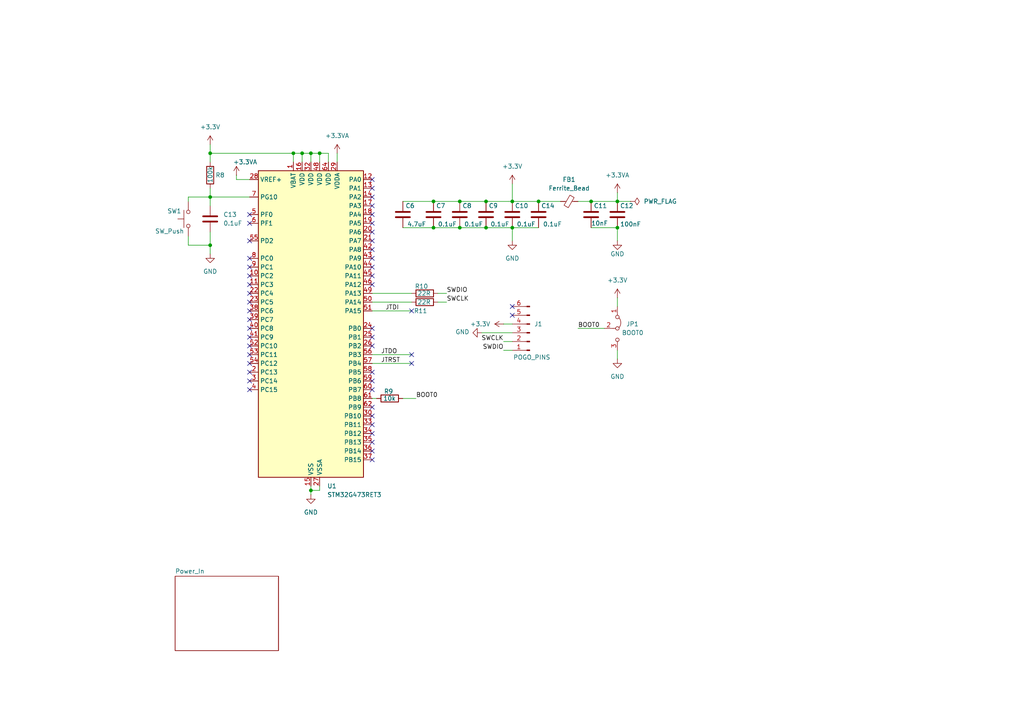
<source format=kicad_sch>
(kicad_sch (version 20231120) (generator "eeschema") (generator_version "8.0")
  (paper "A4")
  (lib_symbols
    (symbol "Connector:Conn_01x06_Pin" (pin_names (offset 1.016) hide)
      (property "Reference" "J" (at 0 7.62 0))
      (property "Value" "Conn_01x06_Pin" (at 0 -10.16 0))
      (symbol "Conn_01x06_Pin_1_1"
        (polyline (pts (xy 1.27 -7.62) (xy 0.8636 -7.62)) (stroke (width 0.1524)))
        (polyline (pts (xy 1.27 -5.08) (xy 0.8636 -5.08)) (stroke (width 0.1524)))
        (polyline (pts (xy 1.27 -2.54) (xy 0.8636 -2.54)) (stroke (width 0.1524)))
        (polyline (pts (xy 1.27 0) (xy 0.8636 0)) (stroke (width 0.1524)))
        (polyline (pts (xy 1.27 2.54) (xy 0.8636 2.54)) (stroke (width 0.1524)))
        (polyline (pts (xy 1.27 5.08) (xy 0.8636 5.08)) (stroke (width 0.1524)))
        (rectangle (start 0.8636 -7.493) (end 0 -7.747) (stroke (width 0.1524)) (fill (type outline)))
        (rectangle (start 0.8636 -4.953) (end 0 -5.207) (stroke (width 0.1524)) (fill (type outline)))
        (rectangle (start 0.8636 -2.413) (end 0 -2.667) (stroke (width 0.1524)) (fill (type outline)))
        (rectangle (start 0.8636 0.127) (end 0 -0.127) (stroke (width 0.1524)) (fill (type outline)))
        (rectangle (start 0.8636 2.667) (end 0 2.413) (stroke (width 0.1524)) (fill (type outline)))
        (rectangle (start 0.8636 5.207) (end 0 4.953) (stroke (width 0.1524)) (fill (type outline)))
        (pin passive line (at 5.08 5.08 180) (length 3.81) (name "Pin_1") (number "1"))
        (pin passive line (at 5.08 2.54 180) (length 3.81) (name "Pin_2") (number "2"))
        (pin passive line (at 5.08 0 180) (length 3.81) (name "Pin_3") (number "3"))
        (pin passive line (at 5.08 -2.54 180) (length 3.81) (name "Pin_4") (number "4"))
        (pin passive line (at 5.08 -5.08 180) (length 3.81) (name "Pin_5") (number "5"))
        (pin passive line (at 5.08 -7.62 180) (length 3.81) (name "Pin_6") (number "6"))
      )
    )
    (symbol "Device:C" (pin_numbers hide) (pin_names (offset 0.254))
      (property "Reference" "C" (at 0.635 2.54 0))
      (property "Value" "C" (at 0.635 -2.54 0))
      (symbol "C_0_1"
        (polyline (pts (xy -2.032 -0.762) (xy 2.032 -0.762)) (stroke (width 0.508)))
        (polyline (pts (xy -2.032 0.762) (xy 2.032 0.762)) (stroke (width 0.508)))
      )
      (symbol "C_1_1"
        (pin passive line (at 0 3.81 270) (length 2.794) (name "~") (number "1"))
        (pin passive line (at 0 -3.81 90) (length 2.794) (name "~") (number "2"))
      )
    )
    (symbol "Device:FerriteBead_Small" (pin_numbers hide) (pin_names (offset 0))
      (property "Reference" "FB" (at 1.905 1.27 0))
      (property "Value" "FerriteBead_Small" (at 1.905 -1.27 0))
      (symbol "FerriteBead_Small_0_1"
        (polyline (pts (xy 0 -1.27) (xy 0 -0.7874)))
        (polyline (pts (xy 0 0.889) (xy 0 1.2954)))
        (polyline (pts (xy -1.8288 0.2794) (xy -1.1176 1.4986) (xy 1.8288 -0.2032) (xy 1.1176 -1.4224) (xy -1.8288 0.2794)))
      )
      (symbol "FerriteBead_Small_1_1"
        (pin passive line (at 0 2.54 270) (length 1.27) (name "~") (number "1"))
        (pin passive line (at 0 -2.54 90) (length 1.27) (name "~") (number "2"))
      )
    )
    (symbol "Device:R" (pin_numbers hide) (pin_names (offset 0))
      (property "Reference" "R" (at 2.032 0 90))
      (property "Value" "R" (at 0 0 90))
      (symbol "R_0_1"
        (rectangle (start -1.016 -2.54) (end 1.016 2.54) (stroke (width 0.254)))
      )
      (symbol "R_1_1"
        (pin passive line (at 0 3.81 270) (length 1.27) (name "~") (number "1"))
        (pin passive line (at 0 -3.81 90) (length 1.27) (name "~") (number "2"))
      )
    )
    (symbol "Jumper:Jumper_3_Bridged12" (pin_names (offset 0) hide) (exclude_from_sim yes) (in_bom no)
      (property "Reference" "JP" (at -2.54 -2.54 0))
      (property "Value" "Jumper_3_Bridged12" (at 0 2.794 0))
      (symbol "Jumper_3_Bridged12_0_0"
        (circle (center -3.302 0) (radius 0.508))
        (circle (center 0 0) (radius 0.508))
        (circle (center 3.302 0) (radius 0.508))
      )
      (symbol "Jumper_3_Bridged12_0_1"
        (arc (start -0.254 0.508) (mid -1.651 0.9912) (end -3.048 0.508))
        (polyline (pts (xy 0 -1.27) (xy 0 -0.508)))
      )
      (symbol "Jumper_3_Bridged12_1_1"
        (pin passive line (at -6.35 0 0) (length 2.54) (name "A") (number "1"))
        (pin passive line (at 0 -3.81 90) (length 2.54) (name "C") (number "2"))
        (pin passive line (at 6.35 0 180) (length 2.54) (name "B") (number "3"))
      )
    )
    (symbol "MCU_ST_STM32G4:STM32G473RETx"
      (property "Reference" "U" (at -15.24 46.99 0))
      (property "Value" "STM32G473RETx" (at 10.16 46.99 0))
      (symbol "STM32G473RETx_0_1"
        (rectangle (start -15.24 -43.18) (end 15.24 45.72) (stroke (width 0.254)) (fill (type background)))
      )
      (symbol "STM32G473RETx_1_1"
        (pin power_in line (at -5.08 48.26 270) (length 2.54) (name "VBAT") (number "1"))
        (pin bidirectional line (at -17.78 15.24 0) (length 2.54) (name "PC2") (number "10"))
        (pin bidirectional line (at -17.78 12.7 0) (length 2.54) (name "PC3") (number "11"))
        (pin bidirectional line (at 17.78 43.18 180) (length 2.54) (name "PA0") (number "12"))
        (pin bidirectional line (at 17.78 40.64 180) (length 2.54) (name "PA1") (number "13"))
        (pin bidirectional line (at 17.78 38.1 180) (length 2.54) (name "PA2") (number "14"))
        (pin power_in line (at 0 -45.72 90) (length 2.54) (name "VSS") (number "15"))
        (pin power_in line (at -2.54 48.26 270) (length 2.54) (name "VDD") (number "16"))
        (pin bidirectional line (at 17.78 35.56 180) (length 2.54) (name "PA3") (number "17"))
        (pin bidirectional line (at 17.78 33.02 180) (length 2.54) (name "PA4") (number "18"))
        (pin bidirectional line (at 17.78 30.48 180) (length 2.54) (name "PA5") (number "19"))
        (pin bidirectional line (at -17.78 -12.7 0) (length 2.54) (name "PC13") (number "2"))
        (pin bidirectional line (at 17.78 27.94 180) (length 2.54) (name "PA6") (number "20"))
        (pin bidirectional line (at 17.78 25.4 180) (length 2.54) (name "PA7") (number "21"))
        (pin bidirectional line (at -17.78 10.16 0) (length 2.54) (name "PC4") (number "22"))
        (pin bidirectional line (at -17.78 7.62 0) (length 2.54) (name "PC5") (number "23"))
        (pin bidirectional line (at 17.78 0 180) (length 2.54) (name "PB0") (number "24"))
        (pin bidirectional line (at 17.78 -2.54 180) (length 2.54) (name "PB1") (number "25"))
        (pin bidirectional line (at 17.78 -5.08 180) (length 2.54) (name "PB2") (number "26"))
        (pin power_in line (at 2.54 -45.72 90) (length 2.54) (name "VSSA") (number "27"))
        (pin input line (at -17.78 43.18 0) (length 2.54) (name "VREF+") (number "28"))
        (pin power_in line (at 7.62 48.26 270) (length 2.54) (name "VDDA") (number "29"))
        (pin bidirectional line (at -17.78 -15.24 0) (length 2.54) (name "PC14") (number "3"))
        (pin bidirectional line (at 17.78 -25.4 180) (length 2.54) (name "PB10") (number "30"))
        (pin passive line (at 0 -45.72 90) (length 2.54) hide (name "VSS") (number "31"))
        (pin power_in line (at 0 48.26 270) (length 2.54) (name "VDD") (number "32"))
        (pin bidirectional line (at 17.78 -27.94 180) (length 2.54) (name "PB11") (number "33"))
        (pin bidirectional line (at 17.78 -30.48 180) (length 2.54) (name "PB12") (number "34"))
        (pin bidirectional line (at 17.78 -33.02 180) (length 2.54) (name "PB13") (number "35"))
        (pin bidirectional line (at 17.78 -35.56 180) (length 2.54) (name "PB14") (number "36"))
        (pin bidirectional line (at 17.78 -38.1 180) (length 2.54) (name "PB15") (number "37"))
        (pin bidirectional line (at -17.78 5.08 0) (length 2.54) (name "PC6") (number "38"))
        (pin bidirectional line (at -17.78 2.54 0) (length 2.54) (name "PC7") (number "39"))
        (pin bidirectional line (at -17.78 -17.78 0) (length 2.54) (name "PC15") (number "4"))
        (pin bidirectional line (at -17.78 0 0) (length 2.54) (name "PC8") (number "40"))
        (pin bidirectional line (at -17.78 -2.54 0) (length 2.54) (name "PC9") (number "41"))
        (pin bidirectional line (at 17.78 22.86 180) (length 2.54) (name "PA8") (number "42"))
        (pin bidirectional line (at 17.78 20.32 180) (length 2.54) (name "PA9") (number "43"))
        (pin bidirectional line (at 17.78 17.78 180) (length 2.54) (name "PA10") (number "44"))
        (pin bidirectional line (at 17.78 15.24 180) (length 2.54) (name "PA11") (number "45"))
        (pin bidirectional line (at 17.78 12.7 180) (length 2.54) (name "PA12") (number "46"))
        (pin passive line (at 0 -45.72 90) (length 2.54) hide (name "VSS") (number "47"))
        (pin power_in line (at 2.54 48.26 270) (length 2.54) (name "VDD") (number "48"))
        (pin bidirectional line (at 17.78 10.16 180) (length 2.54) (name "PA13") (number "49"))
        (pin bidirectional line (at -17.78 33.02 0) (length 2.54) (name "PF0") (number "5"))
        (pin bidirectional line (at 17.78 7.62 180) (length 2.54) (name "PA14") (number "50"))
        (pin bidirectional line (at 17.78 5.08 180) (length 2.54) (name "PA15") (number "51"))
        (pin bidirectional line (at -17.78 -5.08 0) (length 2.54) (name "PC10") (number "52"))
        (pin bidirectional line (at -17.78 -7.62 0) (length 2.54) (name "PC11") (number "53"))
        (pin bidirectional line (at -17.78 -10.16 0) (length 2.54) (name "PC12") (number "54"))
        (pin bidirectional line (at -17.78 25.4 0) (length 2.54) (name "PD2") (number "55"))
        (pin bidirectional line (at 17.78 -7.62 180) (length 2.54) (name "PB3") (number "56"))
        (pin bidirectional line (at 17.78 -10.16 180) (length 2.54) (name "PB4") (number "57"))
        (pin bidirectional line (at 17.78 -12.7 180) (length 2.54) (name "PB5") (number "58"))
        (pin bidirectional line (at 17.78 -15.24 180) (length 2.54) (name "PB6") (number "59"))
        (pin bidirectional line (at -17.78 30.48 0) (length 2.54) (name "PF1") (number "6"))
        (pin bidirectional line (at 17.78 -17.78 180) (length 2.54) (name "PB7") (number "60"))
        (pin bidirectional line (at 17.78 -20.32 180) (length 2.54) (name "PB8") (number "61"))
        (pin bidirectional line (at 17.78 -22.86 180) (length 2.54) (name "PB9") (number "62"))
        (pin passive line (at 0 -45.72 90) (length 2.54) hide (name "VSS") (number "63"))
        (pin power_in line (at 5.08 48.26 270) (length 2.54) (name "VDD") (number "64"))
        (pin bidirectional line (at -17.78 38.1 0) (length 2.54) (name "PG10") (number "7"))
        (pin bidirectional line (at -17.78 20.32 0) (length 2.54) (name "PC0") (number "8"))
        (pin bidirectional line (at -17.78 17.78 0) (length 2.54) (name "PC1") (number "9"))
      )
    )
    (symbol "Switch:SW_Push" (pin_numbers hide) (pin_names (offset 1.016) hide)
      (property "Reference" "SW" (at 1.27 2.54 0))
      (property "Value" "SW_Push" (at 0 -1.524 0))
      (symbol "SW_Push_0_1"
        (circle (center -2.032 0) (radius 0.508))
        (polyline (pts (xy 0 1.27) (xy 0 3.048)))
        (polyline (pts (xy 2.54 1.27) (xy -2.54 1.27)))
        (circle (center 2.032 0) (radius 0.508))
        (pin passive line (at -5.08 0 0) (length 2.54) (name "1") (number "1"))
        (pin passive line (at 5.08 0 180) (length 2.54) (name "2") (number "2"))
      )
    )
    (symbol "power:+3.3V" (power) (pin_numbers hide) (pin_names (offset 0) hide)
      (property "Value" "+3.3V" (at 0 3.556 0))
      (symbol "+3.3V_0_1"
        (polyline (pts (xy -0.762 1.27) (xy 0 2.54)))
        (polyline (pts (xy 0 0) (xy 0 2.54)))
        (polyline (pts (xy 0 2.54) (xy 0.762 1.27)))
      )
      (symbol "+3.3V_1_1"
        (pin power_in line (at 0 0 90) (length 0) (name "~") (number "1"))
      )
    )
    (symbol "power:GND" (power) (pin_numbers hide) (pin_names (offset 0) hide)
      (property "Value" "GND" (at 0 -3.81 0))
      (symbol "GND_0_1"
        (polyline (pts (xy 0 0) (xy 0 -1.27) (xy 1.27 -1.27) (xy 0 -2.54) (xy -1.27 -1.27) (xy 0 -1.27)))
      )
      (symbol "GND_1_1"
        (pin power_in line (at 0 0 270) (length 0) (name "~") (number "1"))
      )
    )
    (symbol "power:PWR_FLAG" (power) (pin_numbers hide) (pin_names (offset 0) hide)
      (property "Value" "PWR_FLAG" (at 0 3.81 0))
      (symbol "PWR_FLAG_0_0"
        (pin power_out line (at 0 0 90) (length 0) (name "~") (number "1"))
      )
      (symbol "PWR_FLAG_0_1"
        (polyline (pts (xy 0 0) (xy 0 1.27) (xy -1.016 1.905) (xy 0 2.54) (xy 1.016 1.905) (xy 0 1.27)))
      )
    )
    (symbol "power:VDDA" (power) (pin_numbers hide) (pin_names (offset 0) hide)
      (property "Value" "VDDA" (at 0 3.556 0))
      (symbol "VDDA_0_1"
        (polyline (pts (xy -0.762 1.27) (xy 0 2.54)))
        (polyline (pts (xy 0 0) (xy 0 2.54)))
        (polyline (pts (xy 0 2.54) (xy 0.762 1.27)))
      )
      (symbol "VDDA_1_1"
        (pin power_in line (at 0 0 90) (length 0) (name "~") (number "1"))
      )
    )
  )
  (junction (at 125.73 66.04))
  (junction (at 133.35 58.42))
  (junction (at 179.07 58.42))
  (junction (at 90.17 44.45))
  (junction (at 148.59 66.04))
  (junction (at 171.45 58.42))
  (junction (at 140.97 66.04))
  (junction (at 148.59 58.42))
  (junction (at 60.96 71.12))
  (junction (at 179.07 66.04))
  (junction (at 125.73 58.42))
  (junction (at 60.96 57.15))
  (junction (at 133.35 66.04))
  (junction (at 60.96 44.45))
  (junction (at 92.71 44.45))
  (junction (at 85.09 44.45))
  (junction (at 90.17 142.24))
  (junction (at 87.63 44.45))
  (junction (at 156.21 58.42))
  (junction (at 140.97 58.42))
  (no_connect (at 107.95 120.65))
  (no_connect (at 107.95 100.33))
  (no_connect (at 72.39 77.47))
  (no_connect (at 107.95 107.95))
  (no_connect (at 72.39 74.93))
  (no_connect (at 107.95 54.61))
  (no_connect (at 72.39 82.55))
  (no_connect (at 107.95 123.19))
  (no_connect (at 107.95 130.81))
  (no_connect (at 107.95 118.11))
  (no_connect (at 107.95 80.01))
  (no_connect (at 72.39 105.41))
  (no_connect (at 107.95 64.77))
  (no_connect (at 72.39 85.09))
  (no_connect (at 72.39 92.71))
  (no_connect (at 107.95 57.15))
  (no_connect (at 72.39 97.79))
  (no_connect (at 107.95 97.79))
  (no_connect (at 107.95 52.07))
  (no_connect (at 72.39 64.77))
  (no_connect (at 148.59 88.9))
  (no_connect (at 107.95 62.23))
  (no_connect (at 72.39 100.33))
  (no_connect (at 72.39 87.63))
  (no_connect (at 119.38 105.41))
  (no_connect (at 72.39 90.17))
  (no_connect (at 107.95 72.39))
  (no_connect (at 72.39 69.85))
  (no_connect (at 107.95 133.35))
  (no_connect (at 107.95 69.85))
  (no_connect (at 107.95 74.93))
  (no_connect (at 119.38 102.87))
  (no_connect (at 107.95 128.27))
  (no_connect (at 107.95 59.69))
  (no_connect (at 119.38 90.17))
  (no_connect (at 107.95 95.25))
  (no_connect (at 72.39 80.01))
  (no_connect (at 107.95 110.49))
  (no_connect (at 148.59 91.44))
  (no_connect (at 72.39 107.95))
  (no_connect (at 72.39 62.23))
  (no_connect (at 72.39 110.49))
  (no_connect (at 107.95 125.73))
  (no_connect (at 72.39 95.25))
  (no_connect (at 72.39 113.03))
  (no_connect (at 107.95 77.47))
  (no_connect (at 107.95 67.31))
  (no_connect (at 107.95 82.55))
  (no_connect (at 107.95 113.03))
  (no_connect (at 72.39 102.87))
  (wire (pts (xy 125.73 66.04) (xy 133.35 66.04)))
  (wire (pts (xy 148.59 66.04) (xy 156.21 66.04)))
  (wire (pts (xy 179.07 58.42) (xy 182.88 58.42)))
  (wire (pts (xy 171.45 66.04) (xy 179.07 66.04)))
  (wire (pts (xy 85.09 44.45) (xy 85.09 46.99)))
  (wire (pts (xy 148.59 66.04) (xy 148.59 69.85)))
  (wire (pts (xy 54.61 68.58) (xy 54.61 71.12)))
  (wire (pts (xy 148.59 53.34) (xy 148.59 58.42)))
  (wire (pts (xy 107.95 115.57) (xy 109.22 115.57)))
  (wire (pts (xy 90.17 142.24) (xy 92.71 142.24)))
  (wire (pts (xy 92.71 44.45) (xy 92.71 46.99)))
  (wire (pts (xy 60.96 44.45) (xy 85.09 44.45)))
  (wire (pts (xy 140.97 58.42) (xy 148.59 58.42)))
  (wire (pts (xy 60.96 73.66) (xy 60.96 71.12)))
  (wire (pts (xy 107.95 90.17) (xy 119.38 90.17)))
  (wire (pts (xy 156.21 58.42) (xy 162.56 58.42)))
  (wire (pts (xy 107.95 85.09) (xy 119.38 85.09)))
  (wire (pts (xy 179.07 55.88) (xy 179.07 58.42)))
  (wire (pts (xy 133.35 58.42) (xy 140.97 58.42)))
  (wire (pts (xy 179.07 101.6) (xy 179.07 104.14)))
  (wire (pts (xy 60.96 41.91) (xy 60.96 44.45)))
  (wire (pts (xy 146.05 99.06) (xy 148.59 99.06)))
  (wire (pts (xy 179.07 86.36) (xy 179.07 88.9)))
  (wire (pts (xy 68.58 52.07) (xy 68.58 50.8)))
  (wire (pts (xy 95.25 44.45) (xy 95.25 46.99)))
  (wire (pts (xy 54.61 71.12) (xy 60.96 71.12)))
  (wire (pts (xy 116.84 66.04) (xy 125.73 66.04)))
  (wire (pts (xy 127 87.63) (xy 129.54 87.63)))
  (wire (pts (xy 167.64 58.42) (xy 171.45 58.42)))
  (wire (pts (xy 127 85.09) (xy 129.54 85.09)))
  (wire (pts (xy 54.61 57.15) (xy 60.96 57.15)))
  (wire (pts (xy 87.63 44.45) (xy 90.17 44.45)))
  (wire (pts (xy 60.96 44.45) (xy 60.96 46.99)))
  (wire (pts (xy 92.71 44.45) (xy 95.25 44.45)))
  (wire (pts (xy 68.58 52.07) (xy 72.39 52.07)))
  (wire (pts (xy 54.61 58.42) (xy 54.61 57.15)))
  (wire (pts (xy 171.45 58.42) (xy 179.07 58.42)))
  (wire (pts (xy 146.05 93.98) (xy 148.59 93.98)))
  (wire (pts (xy 87.63 44.45) (xy 87.63 46.99)))
  (wire (pts (xy 97.79 44.45) (xy 97.79 46.99)))
  (wire (pts (xy 140.97 66.04) (xy 148.59 66.04)))
  (wire (pts (xy 116.84 58.42) (xy 125.73 58.42)))
  (wire (pts (xy 133.35 66.04) (xy 140.97 66.04)))
  (wire (pts (xy 148.59 58.42) (xy 156.21 58.42)))
  (wire (pts (xy 167.64 95.25) (xy 175.26 95.25)))
  (wire (pts (xy 90.17 44.45) (xy 90.17 46.99)))
  (wire (pts (xy 60.96 57.15) (xy 60.96 59.69)))
  (wire (pts (xy 85.09 44.45) (xy 87.63 44.45)))
  (wire (pts (xy 179.07 66.04) (xy 179.07 69.85)))
  (wire (pts (xy 116.84 115.57) (xy 120.65 115.57)))
  (wire (pts (xy 107.95 102.87) (xy 119.38 102.87)))
  (wire (pts (xy 107.95 87.63) (xy 119.38 87.63)))
  (wire (pts (xy 90.17 142.24) (xy 90.17 143.51)))
  (wire (pts (xy 125.73 58.42) (xy 133.35 58.42)))
  (wire (pts (xy 72.39 57.15) (xy 60.96 57.15)))
  (wire (pts (xy 60.96 67.31) (xy 60.96 71.12)))
  (wire (pts (xy 92.71 142.24) (xy 92.71 140.97)))
  (wire (pts (xy 146.05 101.6) (xy 148.59 101.6)))
  (wire (pts (xy 107.95 105.41) (xy 119.38 105.41)))
  (wire (pts (xy 139.7 96.52) (xy 148.59 96.52)))
  (wire (pts (xy 90.17 44.45) (xy 92.71 44.45)))
  (wire (pts (xy 60.96 57.15) (xy 60.96 54.61)))
  (wire (pts (xy 90.17 142.24) (xy 90.17 140.97)))
  (label "SWDIO" (at 129.54 85.09 0))
  (label "SWCLK" (at 146.05 99.06 180))
  (label "BOOT0" (at 167.64 95.25 0))
  (label "JTRST" (at 110.49 105.41 0))
  (label "SWDIO" (at 146.05 101.6 180))
  (label "JTDI" (at 111.76 90.17 0))
  (label "JTDO" (at 110.49 102.87 0))
  (label "BOOT0" (at 120.65 115.57 0))
  (label "SWCLK" (at 129.54 87.63 0))
  (symbol (lib_id "power:GND") (at 179.07 104.14 0) (unit 1)
    (property "Reference" "#PWR016" (effects (hide yes)))
    (property "Value" "GND" (at 179.07 109.22 0))
    (property "Description" "Power symbol creates a global label with name \"GND\" , ground" (effects (hide yes)))
  )
  (symbol (lib_id "Device:R") (at 60.96 50.8 0) (unit 1)
    (property "Reference" "R8" (at 62.484 50.8 0) (effects (justify left)))
    (property "Value" "100k" (at 60.96 53.086 90) (effects (justify left)))
    (property "Footprint" "Resistor_SMD:R_0603_1608Metric" (effects (hide yes)))
    (property "Description" "Resistor" (effects (hide yes)))
  )
  (symbol (lib_id "Device:R") (at 123.19 87.63 90) (unit 1)
    (property "Reference" "R11" (at 123.952 90.17 90) (effects (justify left)))
    (property "Value" "22R" (at 124.968 87.63 90) (effects (justify left)))
    (property "Footprint" "Resistor_SMD:R_0603_1608Metric" (effects (hide yes)))
    (property "Description" "Resistor" (effects (hide yes)))
  )
  (symbol (lib_id "power:+3.3V") (at 146.05 93.98 90) (unit 1)
    (property "Reference" "#PWR019" (effects (hide yes)))
    (property "Value" "+3.3V" (at 142.24 93.9799 90) (effects (justify left)))
    (property "Description" "Power symbol creates a global label with name \"+3.3V\"" (effects (hide yes)))
  )
  (symbol (lib_id "MCU_ST_STM32G4:STM32G473RETx") (at 90.17 95.25 0) (unit 1)
    (property "Reference" "U1" (at 94.9041 140.97 0) (effects (justify left)))
    (property "Value" "STM32G473RET3" (at 94.9041 143.51 0) (effects (justify left)))
    (property "Footprint" "Package_QFP:LQFP-64_10x10mm_P0.5mm" (effects (hide yes)))
    (property "Datasheet" "https://www.st.com/resource/en/datasheet/stm32g473re.pdf" (effects (hide yes)))
    (property "Description" "STMicroelectronics Arm Cortex-M4 MCU, 512KB flash, 128KB RAM, 170 MHz, 1.71-3.6V, 52 GPIO, LQFP64" (effects (hide yes)))
  )
  (symbol (lib_id "power:PWR_FLAG") (at 182.88 58.42 270) (unit 1)
    (property "Reference" "#FLG04" (effects (hide yes)))
    (property "Value" "PWR_FLAG" (at 186.69 58.4199 90) (effects (justify left)))
    (property "Description" "Special symbol for telling ERC where power comes from" (effects (hide yes)))
  )
  (symbol (lib_id "Jumper:Jumper_3_Bridged12") (at 179.07 95.25 270) (unit 1) (exclude_from_sim yes) (in_bom no)
    (property "Reference" "JP1" (at 181.61 93.9799 90) (effects (justify left)))
    (property "Value" "BOOT0" (at 180.34 96.5199 90) (effects (justify left)))
    (property "Footprint" "Jumper:SolderJumper-3_P1.3mm_Open_RoundedPad1.0x1.5mm" (effects (hide yes)))
    (property "Description" "Jumper, 3-pole, pins 1+2 closed/bridged" (effects (hide yes)))
  )
  (symbol (lib_id "power:GND") (at 148.59 69.85 0) (unit 1)
    (property "Reference" "#PWR07" (effects (hide yes)))
    (property "Value" "GND" (at 148.59 74.93 0))
    (property "Description" "Power symbol creates a global label with name \"GND\" , ground" (effects (hide yes)))
  )
  (symbol (lib_id "Device:C") (at 140.97 62.23 0) (unit 1)
    (property "Reference" "C9" (at 141.732 59.69 0) (effects (justify left)))
    (property "Value" "0.1uF" (at 142.24 65.024 0) (effects (justify left)))
    (property "Footprint" "Capacitor_SMD:C_0402_1005Metric" (effects (hide yes)))
    (property "Description" "Unpolarized capacitor" (effects (hide yes)))
  )
  (symbol (lib_id "Device:C") (at 156.21 62.23 0) (unit 1)
    (property "Reference" "C14" (at 156.972 59.69 0) (effects (justify left)))
    (property "Value" "0.1uF" (at 157.48 65.024 0) (effects (justify left)))
    (property "Footprint" "Capacitor_SMD:C_0402_1005Metric" (effects (hide yes)))
    (property "Description" "Unpolarized capacitor" (effects (hide yes)))
  )
  (symbol (lib_id "power:VDDA") (at 68.58 50.8 0) (unit 1)
    (property "Reference" "#PWR02" (effects (hide yes)))
    (property "Value" "+3.3VA" (at 71.12 46.99 0))
    (property "Description" "Power symbol creates a global label with name \"VDDA\"" (effects (hide yes)))
  )
  (symbol (lib_id "Device:FerriteBead_Small") (at 165.1 58.42 90) (unit 1)
    (property "Reference" "FB1" (at 165.0619 52.07 90))
    (property "Value" "Ferrite_Bead" (at 165.0619 54.61 90))
    (property "Footprint" "Inductor_SMD:L_0603_1608Metric" (effects (hide yes)))
    (property "Description" "Ferrite bead, small symbol" (effects (hide yes)))
  )
  (symbol (lib_id "Device:C") (at 125.73 62.23 0) (unit 1)
    (property "Reference" "C7" (at 126.492 59.69 0) (effects (justify left)))
    (property "Value" "0.1uF" (at 127 65.024 0) (effects (justify left)))
    (property "Footprint" "Capacitor_SMD:C_0402_1005Metric" (effects (hide yes)))
    (property "Description" "Unpolarized capacitor" (effects (hide yes)))
  )
  (symbol (lib_id "Device:C") (at 133.35 62.23 0) (unit 1)
    (property "Reference" "C8" (at 134.112 59.69 0) (effects (justify left)))
    (property "Value" "0.1uF" (at 134.62 65.024 0) (effects (justify left)))
    (property "Footprint" "Capacitor_SMD:C_0402_1005Metric" (effects (hide yes)))
    (property "Description" "Unpolarized capacitor" (effects (hide yes)))
  )
  (symbol (lib_id "Device:C") (at 171.45 62.23 0) (unit 1)
    (property "Reference" "C11" (at 172.212 59.69 0) (effects (justify left)))
    (property "Value" "10nF" (at 171.45 64.77 0) (effects (justify left)))
    (property "Footprint" "Capacitor_SMD:C_0402_1005Metric" (effects (hide yes)))
    (property "Description" "Unpolarized capacitor" (effects (hide yes)))
  )
  (symbol (lib_id "Device:C") (at 60.96 63.5 0) (unit 1)
    (property "Reference" "C13" (at 64.77 62.2299 0) (effects (justify left)))
    (property "Value" "0.1uF" (at 64.77 64.7699 0) (effects (justify left)))
    (property "Footprint" "Capacitor_SMD:C_0402_1005Metric" (effects (hide yes)))
    (property "Description" "Unpolarized capacitor" (effects (hide yes)))
  )
  (symbol (lib_id "Switch:SW_Push") (at 54.61 63.5 90) (unit 1)
    (property "Reference" "SW1" (at 48.514 61.214 90) (effects (justify right)))
    (property "Value" "SW_Push" (at 44.958 67.056 90) (effects (justify right)))
    (property "Footprint" "Button_Switch_SMD:SW_Push_1TS009xxxx-xxxx-xxxx_6x6x5mm" (effects (hide yes)))
    (property "Description" "Push button switch, generic, two pins" (effects (hide yes)))
  )
  (symbol (lib_id "power:+3.3V") (at 60.96 41.91 0) (unit 1)
    (property "Reference" "#PWR06" (effects (hide yes)))
    (property "Value" "+3.3V" (at 60.96 36.83 0))
    (property "Description" "Power symbol creates a global label with name \"+3.3V\"" (effects (hide yes)))
  )
  (symbol (lib_id "power:VDDA") (at 97.79 44.45 0) (unit 1)
    (property "Reference" "#PWR011" (effects (hide yes)))
    (property "Value" "+3.3VA" (at 97.79 39.37 0))
    (property "Description" "Power symbol creates a global label with name \"VDDA\"" (effects (hide yes)))
  )
  (symbol (lib_id "power:GND") (at 60.96 73.66 0) (unit 1)
    (property "Reference" "#PWR05" (effects (hide yes)))
    (property "Value" "GND" (at 60.96 78.74 0))
    (property "Description" "Power symbol creates a global label with name \"GND\" , ground" (effects (hide yes)))
  )
  (symbol (lib_id "power:GND") (at 90.17 143.51 0) (unit 1)
    (property "Reference" "#PWR012" (effects (hide yes)))
    (property "Value" "GND" (at 90.17 148.59 0))
    (property "Description" "Power symbol creates a global label with name \"GND\" , ground" (effects (hide yes)))
  )
  (symbol (lib_id "Device:C") (at 116.84 62.23 0) (unit 1)
    (property "Reference" "C6" (at 117.602 59.69 0) (effects (justify left)))
    (property "Value" "4.7uF" (at 118.11 65.024 0) (effects (justify left)))
    (property "Footprint" "Capacitor_Tantalum_SMD:CP_EIA-3216-10_Kemet-I" (effects (hide yes)))
    (property "Description" "Unpolarized capacitor" (effects (hide yes)))
  )
  (symbol (lib_id "power:GND") (at 179.07 69.85 0) (unit 1)
    (property "Reference" "#PWR08" (effects (hide yes)))
    (property "Value" "GND" (at 179.07 73.66 0))
    (property "Description" "Power symbol creates a global label with name \"GND\" , ground" (effects (hide yes)))
  )
  (symbol (lib_id "power:VDDA") (at 179.07 55.88 0) (unit 1)
    (property "Reference" "#PWR010" (effects (hide yes)))
    (property "Value" "+3.3VA" (at 179.07 50.8 0))
    (property "Description" "Power symbol creates a global label with name \"VDDA\"" (effects (hide yes)))
  )
  (symbol (lib_id "power:+3.3V") (at 179.07 86.36 0) (unit 1)
    (property "Reference" "#PWR017" (effects (hide yes)))
    (property "Value" "+3.3V" (at 179.07 81.28 0))
    (property "Description" "Power symbol creates a global label with name \"+3.3V\"" (effects (hide yes)))
  )
  (symbol (lib_id "Device:C") (at 148.59 62.23 0) (unit 1)
    (property "Reference" "C10" (at 149.352 59.69 0) (effects (justify left)))
    (property "Value" "0.1uF" (at 149.86 65.024 0) (effects (justify left)))
    (property "Footprint" "Capacitor_SMD:C_0402_1005Metric" (effects (hide yes)))
    (property "Description" "Unpolarized capacitor" (effects (hide yes)))
  )
  (symbol (lib_id "Connector:Conn_01x06_Pin") (at 153.67 96.52 180) (unit 1)
    (property "Reference" "J1" (at 154.94 93.9799 0) (effects (justify right)))
    (property "Value" "POGO_PINS" (at 148.844 103.632 0) (effects (justify right)))
    (property "Footprint" "Connector:Tag-Connect_TC2030-IDC-NL_2x03_P1.27mm_Vertical" (effects (hide yes)))
    (property "Description" "Generic connector, single row, 01x06, script generated" (effects (hide yes)))
  )
  (symbol (lib_id "power:+3.3V") (at 148.59 53.34 0) (unit 1)
    (property "Reference" "#PWR09" (effects (hide yes)))
    (property "Value" "+3.3V" (at 148.59 48.26 0))
    (property "Description" "Power symbol creates a global label with name \"+3.3V\"" (effects (hide yes)))
  )
  (symbol (lib_id "Device:R") (at 113.03 115.57 90) (unit 1)
    (property "Reference" "R9" (at 114.046 113.538 90) (effects (justify left)))
    (property "Value" "10k" (at 114.808 115.57 90) (effects (justify left)))
    (property "Footprint" "Resistor_SMD:R_0603_1608Metric" (effects (hide yes)))
    (property "Description" "Resistor" (effects (hide yes)))
  )
  (symbol (lib_id "power:GND") (at 139.7 96.52 270) (unit 1)
    (property "Reference" "#PWR018" (effects (hide yes)))
    (property "Value" "GND" (at 134.112 96.266 90))
    (property "Description" "Power symbol creates a global label with name \"GND\" , ground" (effects (hide yes)))
  )
  (symbol (lib_id "Device:R") (at 123.19 85.09 90) (unit 1)
    (property "Reference" "R10" (at 124.206 83.058 90) (effects (justify left)))
    (property "Value" "22R" (at 124.968 85.09 90) (effects (justify left)))
    (property "Footprint" "Resistor_SMD:R_0603_1608Metric" (effects (hide yes)))
    (property "Description" "Resistor" (effects (hide yes)))
  )
  (symbol (lib_id "Device:C") (at 179.07 62.23 0) (unit 1)
    (property "Reference" "C12" (at 179.832 59.69 0) (effects (justify left)))
    (property "Value" "100nF" (at 179.832 65.024 0) (effects (justify left)))
    (property "Footprint" "Capacitor_SMD:C_0402_1005Metric" (effects (hide yes)))
    (property "Description" "Unpolarized capacitor" (effects (hide yes)))
  )
  (sheet (at 50.8 167.132) (size 29.972 21.59) (stroke (width 0.1524))
    (property "Sheetname" "Power_In" (at 50.8 166.4204 0) (effects (justify left bottom)))
    (property "Sheetfile" "Power_In.kicad_sch" (effects (hide yes)))
  )
)
</source>
